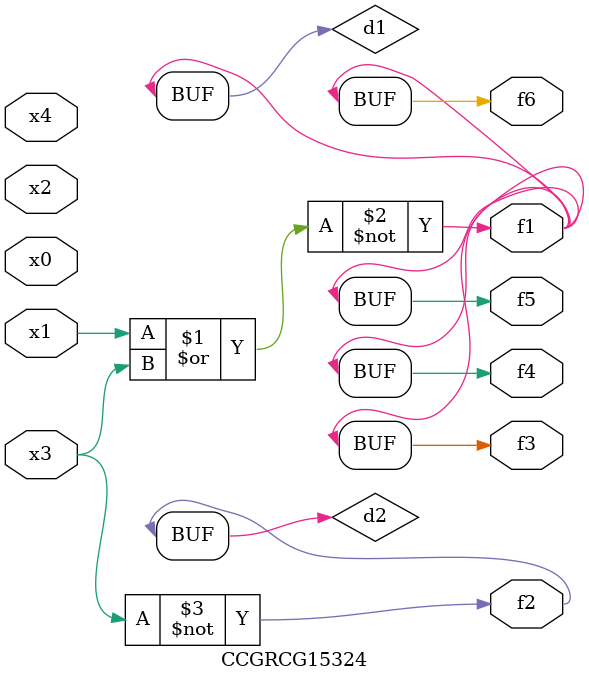
<source format=v>
module CCGRCG15324(
	input x0, x1, x2, x3, x4,
	output f1, f2, f3, f4, f5, f6
);

	wire d1, d2;

	nor (d1, x1, x3);
	not (d2, x3);
	assign f1 = d1;
	assign f2 = d2;
	assign f3 = d1;
	assign f4 = d1;
	assign f5 = d1;
	assign f6 = d1;
endmodule

</source>
